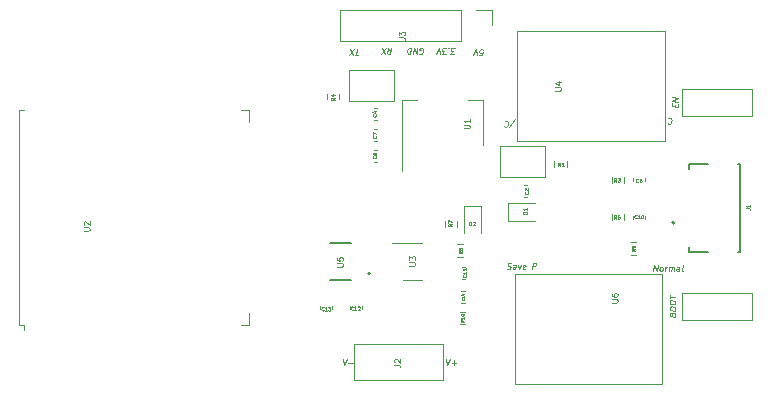
<source format=gbr>
%TF.GenerationSoftware,KiCad,Pcbnew,(6.0.7)*%
%TF.CreationDate,2024-04-28T10:14:19+07:00*%
%TF.ProjectId,ble_gateway,626c655f-6761-4746-9577-61792e6b6963,rev?*%
%TF.SameCoordinates,Original*%
%TF.FileFunction,Legend,Top*%
%TF.FilePolarity,Positive*%
%FSLAX46Y46*%
G04 Gerber Fmt 4.6, Leading zero omitted, Abs format (unit mm)*
G04 Created by KiCad (PCBNEW (6.0.7)) date 2024-04-28 10:14:19*
%MOMM*%
%LPD*%
G01*
G04 APERTURE LIST*
%ADD10C,0.100000*%
%ADD11C,0.070000*%
%ADD12C,0.050000*%
%ADD13C,0.120000*%
%ADD14C,0.127000*%
%ADD15C,0.200000*%
G04 APERTURE END LIST*
D10*
X141689285Y-96608645D02*
X141689285Y-96441979D01*
X141951190Y-96403288D02*
X141951190Y-96641383D01*
X141451190Y-96578883D01*
X141451190Y-96340788D01*
X141951190Y-96189002D02*
X141451190Y-96126502D01*
X141951190Y-95903288D01*
X141451190Y-95840788D01*
X120043764Y-92125000D02*
X120088407Y-92148809D01*
X120159836Y-92148809D01*
X120234241Y-92125000D01*
X120287812Y-92077380D01*
X120317574Y-92029761D01*
X120353288Y-91934523D01*
X120362217Y-91863095D01*
X120350312Y-91767857D01*
X120332455Y-91720238D01*
X120290788Y-91672619D01*
X120222336Y-91648809D01*
X120174717Y-91648809D01*
X120100312Y-91672619D01*
X120073526Y-91696428D01*
X120052693Y-91863095D01*
X120147931Y-91863095D01*
X119865193Y-91648809D02*
X119802693Y-92148809D01*
X119579479Y-91648809D01*
X119516979Y-92148809D01*
X119341383Y-91648809D02*
X119278883Y-92148809D01*
X119159836Y-92148809D01*
X119091383Y-92125000D01*
X119049717Y-92077380D01*
X119031860Y-92029761D01*
X119019955Y-91934523D01*
X119028883Y-91863095D01*
X119064598Y-91767857D01*
X119094360Y-91720238D01*
X119147931Y-91672619D01*
X119222336Y-91648809D01*
X119341383Y-91648809D01*
X141111622Y-97621428D02*
X141138407Y-97597619D01*
X141212812Y-97573809D01*
X141260431Y-97573809D01*
X141328883Y-97597619D01*
X141370550Y-97645238D01*
X141388407Y-97692857D01*
X141400312Y-97788095D01*
X141391383Y-97859523D01*
X141355669Y-97954761D01*
X141325907Y-98002380D01*
X141272336Y-98050000D01*
X141197931Y-98073809D01*
X141150312Y-98073809D01*
X141081860Y-98050000D01*
X141061026Y-98026190D01*
X113563973Y-117976190D02*
X113668139Y-118476190D01*
X113897306Y-117976190D01*
X114025282Y-118285714D02*
X114406235Y-118285714D01*
X117355669Y-91623809D02*
X117492574Y-91861904D01*
X117641383Y-91623809D02*
X117578883Y-92123809D01*
X117388407Y-92123809D01*
X117343764Y-92100000D01*
X117322931Y-92076190D01*
X117305074Y-92028571D01*
X117314002Y-91957142D01*
X117343764Y-91909523D01*
X117370550Y-91885714D01*
X117421145Y-91861904D01*
X117611622Y-91861904D01*
X117126502Y-92123809D02*
X116855669Y-91623809D01*
X116793169Y-92123809D02*
X117189002Y-91623809D01*
X127667574Y-98347619D02*
X128176502Y-97704761D01*
X127274717Y-97871428D02*
X127301502Y-97847619D01*
X127375907Y-97823809D01*
X127423526Y-97823809D01*
X127491979Y-97847619D01*
X127533645Y-97895238D01*
X127551502Y-97942857D01*
X127563407Y-98038095D01*
X127554479Y-98109523D01*
X127518764Y-98204761D01*
X127489002Y-98252380D01*
X127435431Y-98300000D01*
X127361026Y-98323809D01*
X127313407Y-98323809D01*
X127244955Y-98300000D01*
X127224122Y-98276190D01*
X127466354Y-110327380D02*
X127534806Y-110351190D01*
X127653854Y-110351190D01*
X127704449Y-110327380D01*
X127731235Y-110303571D01*
X127760997Y-110255952D01*
X127766949Y-110208333D01*
X127749092Y-110160714D01*
X127728258Y-110136904D01*
X127683616Y-110113095D01*
X127591354Y-110089285D01*
X127546711Y-110065476D01*
X127525877Y-110041666D01*
X127508020Y-109994047D01*
X127513973Y-109946428D01*
X127543735Y-109898809D01*
X127570520Y-109875000D01*
X127621116Y-109851190D01*
X127740163Y-109851190D01*
X127808616Y-109875000D01*
X128177663Y-110351190D02*
X128210401Y-110089285D01*
X128192544Y-110041666D01*
X128147901Y-110017857D01*
X128052663Y-110017857D01*
X128002068Y-110041666D01*
X128180639Y-110327380D02*
X128130044Y-110351190D01*
X128010997Y-110351190D01*
X127966354Y-110327380D01*
X127948497Y-110279761D01*
X127954449Y-110232142D01*
X127984211Y-110184523D01*
X128034806Y-110160714D01*
X128153854Y-110160714D01*
X128204449Y-110136904D01*
X128409806Y-110017857D02*
X128487187Y-110351190D01*
X128647901Y-110017857D01*
X128990163Y-110327380D02*
X128939568Y-110351190D01*
X128844330Y-110351190D01*
X128799687Y-110327380D01*
X128781830Y-110279761D01*
X128805639Y-110089285D01*
X128835401Y-110041666D01*
X128885997Y-110017857D01*
X128981235Y-110017857D01*
X129025877Y-110041666D01*
X129043735Y-110089285D01*
X129037782Y-110136904D01*
X128793735Y-110184523D01*
X129606235Y-110351190D02*
X129668735Y-109851190D01*
X129859211Y-109851190D01*
X129903854Y-109875000D01*
X129924687Y-109898809D01*
X129942544Y-109946428D01*
X129933616Y-110017857D01*
X129903854Y-110065476D01*
X129877068Y-110089285D01*
X129826473Y-110113095D01*
X129635997Y-110113095D01*
X114840788Y-92273809D02*
X114555074Y-92273809D01*
X114760431Y-91773809D02*
X114697931Y-92273809D01*
X114436026Y-92273809D02*
X114165193Y-91773809D01*
X114102693Y-92273809D02*
X114498526Y-91773809D01*
X125105074Y-92273809D02*
X125343169Y-92273809D01*
X125396741Y-92035714D01*
X125369955Y-92059523D01*
X125319360Y-92083333D01*
X125200312Y-92083333D01*
X125155669Y-92059523D01*
X125134836Y-92035714D01*
X125116979Y-91988095D01*
X125131860Y-91869047D01*
X125161622Y-91821428D01*
X125188407Y-91797619D01*
X125239002Y-91773809D01*
X125358050Y-91773809D01*
X125402693Y-91797619D01*
X125423526Y-91821428D01*
X124938407Y-92273809D02*
X124834241Y-91773809D01*
X124605074Y-92273809D01*
X122972931Y-92123809D02*
X122663407Y-92123809D01*
X122853883Y-91933333D01*
X122782455Y-91933333D01*
X122737812Y-91909523D01*
X122716979Y-91885714D01*
X122699122Y-91838095D01*
X122714002Y-91719047D01*
X122743764Y-91671428D01*
X122770550Y-91647619D01*
X122821145Y-91623809D01*
X122964002Y-91623809D01*
X123008645Y-91647619D01*
X123029479Y-91671428D01*
X122505669Y-91671428D02*
X122484836Y-91647619D01*
X122511622Y-91623809D01*
X122532455Y-91647619D01*
X122505669Y-91671428D01*
X122511622Y-91623809D01*
X122258645Y-92123809D02*
X121949122Y-92123809D01*
X122139598Y-91933333D01*
X122068169Y-91933333D01*
X122023526Y-91909523D01*
X122002693Y-91885714D01*
X121984836Y-91838095D01*
X121999717Y-91719047D01*
X122029479Y-91671428D01*
X122056264Y-91647619D01*
X122106860Y-91623809D01*
X122249717Y-91623809D01*
X122294360Y-91647619D01*
X122315193Y-91671428D01*
X121806264Y-92123809D02*
X121702098Y-91623809D01*
X121472931Y-92123809D01*
X141464285Y-114193169D02*
X141488095Y-114124717D01*
X141511904Y-114103883D01*
X141559523Y-114086026D01*
X141630952Y-114094955D01*
X141678571Y-114124717D01*
X141702380Y-114151502D01*
X141726190Y-114202098D01*
X141726190Y-114392574D01*
X141226190Y-114330074D01*
X141226190Y-114163407D01*
X141250000Y-114118764D01*
X141273809Y-114097931D01*
X141321428Y-114080074D01*
X141369047Y-114086026D01*
X141416666Y-114115788D01*
X141440476Y-114142574D01*
X141464285Y-114193169D01*
X141464285Y-114359836D01*
X141226190Y-113734836D02*
X141226190Y-113639598D01*
X141250000Y-113594955D01*
X141297619Y-113553288D01*
X141392857Y-113541383D01*
X141559523Y-113562217D01*
X141654761Y-113597931D01*
X141702380Y-113651502D01*
X141726190Y-113702098D01*
X141726190Y-113797336D01*
X141702380Y-113841979D01*
X141654761Y-113883645D01*
X141559523Y-113895550D01*
X141392857Y-113874717D01*
X141297619Y-113839002D01*
X141250000Y-113785431D01*
X141226190Y-113734836D01*
X141226190Y-113211026D02*
X141226190Y-113115788D01*
X141250000Y-113071145D01*
X141297619Y-113029479D01*
X141392857Y-113017574D01*
X141559523Y-113038407D01*
X141654761Y-113074122D01*
X141702380Y-113127693D01*
X141726190Y-113178288D01*
X141726190Y-113273526D01*
X141702380Y-113318169D01*
X141654761Y-113359836D01*
X141559523Y-113371741D01*
X141392857Y-113350907D01*
X141297619Y-113315193D01*
X141250000Y-113261622D01*
X141226190Y-113211026D01*
X141226190Y-112853883D02*
X141226190Y-112568169D01*
X141726190Y-112773526D02*
X141226190Y-112711026D01*
X122313973Y-117976190D02*
X122418139Y-118476190D01*
X122647306Y-117976190D01*
X122775282Y-118285714D02*
X123156235Y-118285714D01*
X122941949Y-118476190D02*
X122989568Y-118095238D01*
X139863377Y-110526190D02*
X139925877Y-110026190D01*
X140149092Y-110526190D01*
X140211592Y-110026190D01*
X140458616Y-110526190D02*
X140413973Y-110502380D01*
X140393139Y-110478571D01*
X140375282Y-110430952D01*
X140393139Y-110288095D01*
X140422901Y-110240476D01*
X140449687Y-110216666D01*
X140500282Y-110192857D01*
X140571711Y-110192857D01*
X140616354Y-110216666D01*
X140637187Y-110240476D01*
X140655044Y-110288095D01*
X140637187Y-110430952D01*
X140607425Y-110478571D01*
X140580639Y-110502380D01*
X140530044Y-110526190D01*
X140458616Y-110526190D01*
X140839568Y-110526190D02*
X140881235Y-110192857D01*
X140869330Y-110288095D02*
X140899092Y-110240476D01*
X140925877Y-110216666D01*
X140976473Y-110192857D01*
X141024092Y-110192857D01*
X141149092Y-110526190D02*
X141190758Y-110192857D01*
X141184806Y-110240476D02*
X141211592Y-110216666D01*
X141262187Y-110192857D01*
X141333616Y-110192857D01*
X141378258Y-110216666D01*
X141396116Y-110264285D01*
X141363377Y-110526190D01*
X141396116Y-110264285D02*
X141425877Y-110216666D01*
X141476473Y-110192857D01*
X141547901Y-110192857D01*
X141592544Y-110216666D01*
X141610401Y-110264285D01*
X141577663Y-110526190D01*
X142030044Y-110526190D02*
X142062782Y-110264285D01*
X142044925Y-110216666D01*
X142000282Y-110192857D01*
X141905044Y-110192857D01*
X141854449Y-110216666D01*
X142033020Y-110502380D02*
X141982425Y-110526190D01*
X141863377Y-110526190D01*
X141818735Y-110502380D01*
X141800877Y-110454761D01*
X141806830Y-110407142D01*
X141836592Y-110359523D01*
X141887187Y-110335714D01*
X142006235Y-110335714D01*
X142056830Y-110311904D01*
X142339568Y-110526190D02*
X142294925Y-110502380D01*
X142277068Y-110454761D01*
X142330639Y-110026190D01*
%TO.C,U6*%
X136326190Y-113205952D02*
X136730952Y-113205952D01*
X136778571Y-113182142D01*
X136802380Y-113158333D01*
X136826190Y-113110714D01*
X136826190Y-113015476D01*
X136802380Y-112967857D01*
X136778571Y-112944047D01*
X136730952Y-112920238D01*
X136326190Y-112920238D01*
X136326190Y-112467857D02*
X136326190Y-112563095D01*
X136350000Y-112610714D01*
X136373809Y-112634523D01*
X136445238Y-112682142D01*
X136540476Y-112705952D01*
X136730952Y-112705952D01*
X136778571Y-112682142D01*
X136802380Y-112658333D01*
X136826190Y-112610714D01*
X136826190Y-112515476D01*
X136802380Y-112467857D01*
X136778571Y-112444047D01*
X136730952Y-112420238D01*
X136611904Y-112420238D01*
X136564285Y-112444047D01*
X136540476Y-112467857D01*
X136516666Y-112515476D01*
X136516666Y-112610714D01*
X136540476Y-112658333D01*
X136564285Y-112682142D01*
X136611904Y-112705952D01*
D11*
%TO.C,U2*%
X91626190Y-107130952D02*
X92030952Y-107130952D01*
X92078571Y-107107142D01*
X92102380Y-107083333D01*
X92126190Y-107035714D01*
X92126190Y-106940476D01*
X92102380Y-106892857D01*
X92078571Y-106869047D01*
X92030952Y-106845238D01*
X91626190Y-106845238D01*
X91673809Y-106630952D02*
X91650000Y-106607142D01*
X91626190Y-106559523D01*
X91626190Y-106440476D01*
X91650000Y-106392857D01*
X91673809Y-106369047D01*
X91721428Y-106345238D01*
X91769047Y-106345238D01*
X91840476Y-106369047D01*
X92126190Y-106654761D01*
X92126190Y-106345238D01*
%TO.C,D1*%
X129135714Y-105696428D02*
X128835714Y-105696428D01*
X128835714Y-105625000D01*
X128850000Y-105582142D01*
X128878571Y-105553571D01*
X128907142Y-105539285D01*
X128964285Y-105525000D01*
X129007142Y-105525000D01*
X129064285Y-105539285D01*
X129092857Y-105553571D01*
X129121428Y-105582142D01*
X129135714Y-105625000D01*
X129135714Y-105696428D01*
X129135714Y-105239285D02*
X129135714Y-105410714D01*
X129135714Y-105325000D02*
X128835714Y-105325000D01*
X128878571Y-105353571D01*
X128907142Y-105382142D01*
X128921428Y-105410714D01*
%TO.C,D2*%
X124278571Y-106660714D02*
X124278571Y-106360714D01*
X124350000Y-106360714D01*
X124392857Y-106375000D01*
X124421428Y-106403571D01*
X124435714Y-106432142D01*
X124450000Y-106489285D01*
X124450000Y-106532142D01*
X124435714Y-106589285D01*
X124421428Y-106617857D01*
X124392857Y-106646428D01*
X124350000Y-106660714D01*
X124278571Y-106660714D01*
X124564285Y-106389285D02*
X124578571Y-106375000D01*
X124607142Y-106360714D01*
X124678571Y-106360714D01*
X124707142Y-106375000D01*
X124721428Y-106389285D01*
X124735714Y-106417857D01*
X124735714Y-106446428D01*
X124721428Y-106489285D01*
X124550000Y-106660714D01*
X124735714Y-106660714D01*
%TO.C,C13*%
X111932142Y-113857142D02*
X111917857Y-113871428D01*
X111875000Y-113885714D01*
X111846428Y-113885714D01*
X111803571Y-113871428D01*
X111775000Y-113842857D01*
X111760714Y-113814285D01*
X111746428Y-113757142D01*
X111746428Y-113714285D01*
X111760714Y-113657142D01*
X111775000Y-113628571D01*
X111803571Y-113600000D01*
X111846428Y-113585714D01*
X111875000Y-113585714D01*
X111917857Y-113600000D01*
X111932142Y-113614285D01*
X112217857Y-113885714D02*
X112046428Y-113885714D01*
X112132142Y-113885714D02*
X112132142Y-113585714D01*
X112103571Y-113628571D01*
X112075000Y-113657142D01*
X112046428Y-113671428D01*
X112317857Y-113585714D02*
X112503571Y-113585714D01*
X112403571Y-113700000D01*
X112446428Y-113700000D01*
X112475000Y-113714285D01*
X112489285Y-113728571D01*
X112503571Y-113757142D01*
X112503571Y-113828571D01*
X112489285Y-113857142D01*
X112475000Y-113871428D01*
X112446428Y-113885714D01*
X112360714Y-113885714D01*
X112332142Y-113871428D01*
X112317857Y-113857142D01*
%TO.C,J1*%
X147735714Y-105225000D02*
X147950000Y-105225000D01*
X147992857Y-105239285D01*
X148021428Y-105267857D01*
X148035714Y-105310714D01*
X148035714Y-105339285D01*
X148035714Y-104925000D02*
X148035714Y-105096428D01*
X148035714Y-105010714D02*
X147735714Y-105010714D01*
X147778571Y-105039285D01*
X147807142Y-105067857D01*
X147821428Y-105096428D01*
%TO.C,C4*%
X116357142Y-97275000D02*
X116371428Y-97289285D01*
X116385714Y-97332142D01*
X116385714Y-97360714D01*
X116371428Y-97403571D01*
X116342857Y-97432142D01*
X116314285Y-97446428D01*
X116257142Y-97460714D01*
X116214285Y-97460714D01*
X116157142Y-97446428D01*
X116128571Y-97432142D01*
X116100000Y-97403571D01*
X116085714Y-97360714D01*
X116085714Y-97332142D01*
X116100000Y-97289285D01*
X116114285Y-97275000D01*
X116185714Y-97017857D02*
X116385714Y-97017857D01*
X116071428Y-97089285D02*
X116285714Y-97160714D01*
X116285714Y-96975000D01*
D12*
%TO.C,C14*%
X123796428Y-112853571D02*
X123805952Y-112863095D01*
X123815476Y-112891666D01*
X123815476Y-112910714D01*
X123805952Y-112939285D01*
X123786904Y-112958333D01*
X123767857Y-112967857D01*
X123729761Y-112977380D01*
X123701190Y-112977380D01*
X123663095Y-112967857D01*
X123644047Y-112958333D01*
X123625000Y-112939285D01*
X123615476Y-112910714D01*
X123615476Y-112891666D01*
X123625000Y-112863095D01*
X123634523Y-112853571D01*
X123815476Y-112663095D02*
X123815476Y-112777380D01*
X123815476Y-112720238D02*
X123615476Y-112720238D01*
X123644047Y-112739285D01*
X123663095Y-112758333D01*
X123672619Y-112777380D01*
X123682142Y-112491666D02*
X123815476Y-112491666D01*
X123605952Y-112539285D02*
X123748809Y-112586904D01*
X123748809Y-112463095D01*
D11*
%TO.C,R8*%
X123685714Y-108875000D02*
X123542857Y-108975000D01*
X123685714Y-109046428D02*
X123385714Y-109046428D01*
X123385714Y-108932142D01*
X123400000Y-108903571D01*
X123414285Y-108889285D01*
X123442857Y-108875000D01*
X123485714Y-108875000D01*
X123514285Y-108889285D01*
X123528571Y-108903571D01*
X123542857Y-108932142D01*
X123542857Y-109046428D01*
X123514285Y-108703571D02*
X123500000Y-108732142D01*
X123485714Y-108746428D01*
X123457142Y-108760714D01*
X123442857Y-108760714D01*
X123414285Y-108746428D01*
X123400000Y-108732142D01*
X123385714Y-108703571D01*
X123385714Y-108646428D01*
X123400000Y-108617857D01*
X123414285Y-108603571D01*
X123442857Y-108589285D01*
X123457142Y-108589285D01*
X123485714Y-108603571D01*
X123500000Y-108617857D01*
X123514285Y-108646428D01*
X123514285Y-108703571D01*
X123528571Y-108732142D01*
X123542857Y-108746428D01*
X123571428Y-108760714D01*
X123628571Y-108760714D01*
X123657142Y-108746428D01*
X123671428Y-108732142D01*
X123685714Y-108703571D01*
X123685714Y-108646428D01*
X123671428Y-108617857D01*
X123657142Y-108603571D01*
X123628571Y-108589285D01*
X123571428Y-108589285D01*
X123542857Y-108603571D01*
X123528571Y-108617857D01*
X123514285Y-108646428D01*
D10*
%TO.C,J2*%
X117901190Y-118491666D02*
X118258333Y-118491666D01*
X118329761Y-118515476D01*
X118377380Y-118563095D01*
X118401190Y-118634523D01*
X118401190Y-118682142D01*
X117948809Y-118277380D02*
X117925000Y-118253571D01*
X117901190Y-118205952D01*
X117901190Y-118086904D01*
X117925000Y-118039285D01*
X117948809Y-118015476D01*
X117996428Y-117991666D01*
X118044047Y-117991666D01*
X118115476Y-118015476D01*
X118401190Y-118301190D01*
X118401190Y-117991666D01*
D11*
%TO.C,C6*%
X138575000Y-102982142D02*
X138560714Y-102996428D01*
X138517857Y-103010714D01*
X138489285Y-103010714D01*
X138446428Y-102996428D01*
X138417857Y-102967857D01*
X138403571Y-102939285D01*
X138389285Y-102882142D01*
X138389285Y-102839285D01*
X138403571Y-102782142D01*
X138417857Y-102753571D01*
X138446428Y-102725000D01*
X138489285Y-102710714D01*
X138517857Y-102710714D01*
X138560714Y-102725000D01*
X138575000Y-102739285D01*
X138832142Y-102710714D02*
X138775000Y-102710714D01*
X138746428Y-102725000D01*
X138732142Y-102739285D01*
X138703571Y-102782142D01*
X138689285Y-102839285D01*
X138689285Y-102953571D01*
X138703571Y-102982142D01*
X138717857Y-102996428D01*
X138746428Y-103010714D01*
X138803571Y-103010714D01*
X138832142Y-102996428D01*
X138846428Y-102982142D01*
X138860714Y-102953571D01*
X138860714Y-102882142D01*
X138846428Y-102853571D01*
X138832142Y-102839285D01*
X138803571Y-102825000D01*
X138746428Y-102825000D01*
X138717857Y-102839285D01*
X138703571Y-102853571D01*
X138689285Y-102882142D01*
%TO.C,C8*%
X116382142Y-100800000D02*
X116396428Y-100814285D01*
X116410714Y-100857142D01*
X116410714Y-100885714D01*
X116396428Y-100928571D01*
X116367857Y-100957142D01*
X116339285Y-100971428D01*
X116282142Y-100985714D01*
X116239285Y-100985714D01*
X116182142Y-100971428D01*
X116153571Y-100957142D01*
X116125000Y-100928571D01*
X116110714Y-100885714D01*
X116110714Y-100857142D01*
X116125000Y-100814285D01*
X116139285Y-100800000D01*
X116239285Y-100628571D02*
X116225000Y-100657142D01*
X116210714Y-100671428D01*
X116182142Y-100685714D01*
X116167857Y-100685714D01*
X116139285Y-100671428D01*
X116125000Y-100657142D01*
X116110714Y-100628571D01*
X116110714Y-100571428D01*
X116125000Y-100542857D01*
X116139285Y-100528571D01*
X116167857Y-100514285D01*
X116182142Y-100514285D01*
X116210714Y-100528571D01*
X116225000Y-100542857D01*
X116239285Y-100571428D01*
X116239285Y-100628571D01*
X116253571Y-100657142D01*
X116267857Y-100671428D01*
X116296428Y-100685714D01*
X116353571Y-100685714D01*
X116382142Y-100671428D01*
X116396428Y-100657142D01*
X116410714Y-100628571D01*
X116410714Y-100571428D01*
X116396428Y-100542857D01*
X116382142Y-100528571D01*
X116353571Y-100514285D01*
X116296428Y-100514285D01*
X116267857Y-100528571D01*
X116253571Y-100542857D01*
X116239285Y-100571428D01*
%TO.C,R6*%
X136725000Y-106110714D02*
X136625000Y-105967857D01*
X136553571Y-106110714D02*
X136553571Y-105810714D01*
X136667857Y-105810714D01*
X136696428Y-105825000D01*
X136710714Y-105839285D01*
X136725000Y-105867857D01*
X136725000Y-105910714D01*
X136710714Y-105939285D01*
X136696428Y-105953571D01*
X136667857Y-105967857D01*
X136553571Y-105967857D01*
X136982142Y-105810714D02*
X136925000Y-105810714D01*
X136896428Y-105825000D01*
X136882142Y-105839285D01*
X136853571Y-105882142D01*
X136839285Y-105939285D01*
X136839285Y-106053571D01*
X136853571Y-106082142D01*
X136867857Y-106096428D01*
X136896428Y-106110714D01*
X136953571Y-106110714D01*
X136982142Y-106096428D01*
X136996428Y-106082142D01*
X137010714Y-106053571D01*
X137010714Y-105982142D01*
X136996428Y-105953571D01*
X136982142Y-105939285D01*
X136953571Y-105925000D01*
X136896428Y-105925000D01*
X136867857Y-105939285D01*
X136853571Y-105953571D01*
X136839285Y-105982142D01*
D10*
%TO.C,U1*%
X123801190Y-98455952D02*
X124205952Y-98455952D01*
X124253571Y-98432142D01*
X124277380Y-98408333D01*
X124301190Y-98360714D01*
X124301190Y-98265476D01*
X124277380Y-98217857D01*
X124253571Y-98194047D01*
X124205952Y-98170238D01*
X123801190Y-98170238D01*
X124301190Y-97670238D02*
X124301190Y-97955952D01*
X124301190Y-97813095D02*
X123801190Y-97813095D01*
X123872619Y-97860714D01*
X123920238Y-97908333D01*
X123944047Y-97955952D01*
%TO.C,U5*%
X113076190Y-110155952D02*
X113480952Y-110155952D01*
X113528571Y-110132142D01*
X113552380Y-110108333D01*
X113576190Y-110060714D01*
X113576190Y-109965476D01*
X113552380Y-109917857D01*
X113528571Y-109894047D01*
X113480952Y-109870238D01*
X113076190Y-109870238D01*
X113076190Y-109394047D02*
X113076190Y-109632142D01*
X113314285Y-109655952D01*
X113290476Y-109632142D01*
X113266666Y-109584523D01*
X113266666Y-109465476D01*
X113290476Y-109417857D01*
X113314285Y-109394047D01*
X113361904Y-109370238D01*
X113480952Y-109370238D01*
X113528571Y-109394047D01*
X113552380Y-109417857D01*
X113576190Y-109465476D01*
X113576190Y-109584523D01*
X113552380Y-109632142D01*
X113528571Y-109655952D01*
D11*
%TO.C,R10*%
X123835714Y-114717857D02*
X123692857Y-114817857D01*
X123835714Y-114889285D02*
X123535714Y-114889285D01*
X123535714Y-114775000D01*
X123550000Y-114746428D01*
X123564285Y-114732142D01*
X123592857Y-114717857D01*
X123635714Y-114717857D01*
X123664285Y-114732142D01*
X123678571Y-114746428D01*
X123692857Y-114775000D01*
X123692857Y-114889285D01*
X123835714Y-114432142D02*
X123835714Y-114603571D01*
X123835714Y-114517857D02*
X123535714Y-114517857D01*
X123578571Y-114546428D01*
X123607142Y-114575000D01*
X123621428Y-114603571D01*
X123535714Y-114246428D02*
X123535714Y-114217857D01*
X123550000Y-114189285D01*
X123564285Y-114175000D01*
X123592857Y-114160714D01*
X123650000Y-114146428D01*
X123721428Y-114146428D01*
X123778571Y-114160714D01*
X123807142Y-114175000D01*
X123821428Y-114189285D01*
X123835714Y-114217857D01*
X123835714Y-114246428D01*
X123821428Y-114275000D01*
X123807142Y-114289285D01*
X123778571Y-114303571D01*
X123721428Y-114317857D01*
X123650000Y-114317857D01*
X123592857Y-114303571D01*
X123564285Y-114289285D01*
X123550000Y-114275000D01*
X123535714Y-114246428D01*
%TO.C,R1*%
X131975000Y-101660714D02*
X131875000Y-101517857D01*
X131803571Y-101660714D02*
X131803571Y-101360714D01*
X131917857Y-101360714D01*
X131946428Y-101375000D01*
X131960714Y-101389285D01*
X131975000Y-101417857D01*
X131975000Y-101460714D01*
X131960714Y-101489285D01*
X131946428Y-101503571D01*
X131917857Y-101517857D01*
X131803571Y-101517857D01*
X132260714Y-101660714D02*
X132089285Y-101660714D01*
X132175000Y-101660714D02*
X132175000Y-101360714D01*
X132146428Y-101403571D01*
X132117857Y-101432142D01*
X132089285Y-101446428D01*
%TO.C,R3*%
X136725000Y-102985714D02*
X136625000Y-102842857D01*
X136553571Y-102985714D02*
X136553571Y-102685714D01*
X136667857Y-102685714D01*
X136696428Y-102700000D01*
X136710714Y-102714285D01*
X136725000Y-102742857D01*
X136725000Y-102785714D01*
X136710714Y-102814285D01*
X136696428Y-102828571D01*
X136667857Y-102842857D01*
X136553571Y-102842857D01*
X136825000Y-102685714D02*
X137010714Y-102685714D01*
X136910714Y-102800000D01*
X136953571Y-102800000D01*
X136982142Y-102814285D01*
X136996428Y-102828571D01*
X137010714Y-102857142D01*
X137010714Y-102928571D01*
X136996428Y-102957142D01*
X136982142Y-102971428D01*
X136953571Y-102985714D01*
X136867857Y-102985714D01*
X136839285Y-102971428D01*
X136825000Y-102957142D01*
D10*
%TO.C,U4*%
X131526190Y-95255952D02*
X131930952Y-95255952D01*
X131978571Y-95232142D01*
X132002380Y-95208333D01*
X132026190Y-95160714D01*
X132026190Y-95065476D01*
X132002380Y-95017857D01*
X131978571Y-94994047D01*
X131930952Y-94970238D01*
X131526190Y-94970238D01*
X131692857Y-94517857D02*
X132026190Y-94517857D01*
X131502380Y-94636904D02*
X131859523Y-94755952D01*
X131859523Y-94446428D01*
%TO.C,U3*%
X119201190Y-110080952D02*
X119605952Y-110080952D01*
X119653571Y-110057142D01*
X119677380Y-110033333D01*
X119701190Y-109985714D01*
X119701190Y-109890476D01*
X119677380Y-109842857D01*
X119653571Y-109819047D01*
X119605952Y-109795238D01*
X119201190Y-109795238D01*
X119201190Y-109604761D02*
X119201190Y-109295238D01*
X119391666Y-109461904D01*
X119391666Y-109390476D01*
X119415476Y-109342857D01*
X119439285Y-109319047D01*
X119486904Y-109295238D01*
X119605952Y-109295238D01*
X119653571Y-109319047D01*
X119677380Y-109342857D01*
X119701190Y-109390476D01*
X119701190Y-109533333D01*
X119677380Y-109580952D01*
X119653571Y-109604761D01*
D11*
%TO.C,R4*%
X112860714Y-95850000D02*
X112717857Y-95950000D01*
X112860714Y-96021428D02*
X112560714Y-96021428D01*
X112560714Y-95907142D01*
X112575000Y-95878571D01*
X112589285Y-95864285D01*
X112617857Y-95850000D01*
X112660714Y-95850000D01*
X112689285Y-95864285D01*
X112703571Y-95878571D01*
X112717857Y-95907142D01*
X112717857Y-96021428D01*
X112660714Y-95592857D02*
X112860714Y-95592857D01*
X112546428Y-95664285D02*
X112760714Y-95735714D01*
X112760714Y-95550000D01*
%TO.C,C7*%
X116382142Y-99100000D02*
X116396428Y-99114285D01*
X116410714Y-99157142D01*
X116410714Y-99185714D01*
X116396428Y-99228571D01*
X116367857Y-99257142D01*
X116339285Y-99271428D01*
X116282142Y-99285714D01*
X116239285Y-99285714D01*
X116182142Y-99271428D01*
X116153571Y-99257142D01*
X116125000Y-99228571D01*
X116110714Y-99185714D01*
X116110714Y-99157142D01*
X116125000Y-99114285D01*
X116139285Y-99100000D01*
X116110714Y-99000000D02*
X116110714Y-98800000D01*
X116410714Y-98928571D01*
%TO.C,C10*%
X138432142Y-106057142D02*
X138417857Y-106071428D01*
X138375000Y-106085714D01*
X138346428Y-106085714D01*
X138303571Y-106071428D01*
X138275000Y-106042857D01*
X138260714Y-106014285D01*
X138246428Y-105957142D01*
X138246428Y-105914285D01*
X138260714Y-105857142D01*
X138275000Y-105828571D01*
X138303571Y-105800000D01*
X138346428Y-105785714D01*
X138375000Y-105785714D01*
X138417857Y-105800000D01*
X138432142Y-105814285D01*
X138717857Y-106085714D02*
X138546428Y-106085714D01*
X138632142Y-106085714D02*
X138632142Y-105785714D01*
X138603571Y-105828571D01*
X138575000Y-105857142D01*
X138546428Y-105871428D01*
X138903571Y-105785714D02*
X138932142Y-105785714D01*
X138960714Y-105800000D01*
X138975000Y-105814285D01*
X138989285Y-105842857D01*
X139003571Y-105900000D01*
X139003571Y-105971428D01*
X138989285Y-106028571D01*
X138975000Y-106057142D01*
X138960714Y-106071428D01*
X138932142Y-106085714D01*
X138903571Y-106085714D01*
X138875000Y-106071428D01*
X138860714Y-106057142D01*
X138846428Y-106028571D01*
X138832142Y-105971428D01*
X138832142Y-105900000D01*
X138846428Y-105842857D01*
X138860714Y-105814285D01*
X138875000Y-105800000D01*
X138903571Y-105785714D01*
%TO.C,C2*%
X129232142Y-103825000D02*
X129246428Y-103839285D01*
X129260714Y-103882142D01*
X129260714Y-103910714D01*
X129246428Y-103953571D01*
X129217857Y-103982142D01*
X129189285Y-103996428D01*
X129132142Y-104010714D01*
X129089285Y-104010714D01*
X129032142Y-103996428D01*
X129003571Y-103982142D01*
X128975000Y-103953571D01*
X128960714Y-103910714D01*
X128960714Y-103882142D01*
X128975000Y-103839285D01*
X128989285Y-103825000D01*
X128989285Y-103710714D02*
X128975000Y-103696428D01*
X128960714Y-103667857D01*
X128960714Y-103596428D01*
X128975000Y-103567857D01*
X128989285Y-103553571D01*
X129017857Y-103539285D01*
X129046428Y-103539285D01*
X129089285Y-103553571D01*
X129260714Y-103725000D01*
X129260714Y-103539285D01*
%TO.C,R9*%
X138310714Y-108675000D02*
X138167857Y-108775000D01*
X138310714Y-108846428D02*
X138010714Y-108846428D01*
X138010714Y-108732142D01*
X138025000Y-108703571D01*
X138039285Y-108689285D01*
X138067857Y-108675000D01*
X138110714Y-108675000D01*
X138139285Y-108689285D01*
X138153571Y-108703571D01*
X138167857Y-108732142D01*
X138167857Y-108846428D01*
X138310714Y-108532142D02*
X138310714Y-108475000D01*
X138296428Y-108446428D01*
X138282142Y-108432142D01*
X138239285Y-108403571D01*
X138182142Y-108389285D01*
X138067857Y-108389285D01*
X138039285Y-108403571D01*
X138025000Y-108417857D01*
X138010714Y-108446428D01*
X138010714Y-108503571D01*
X138025000Y-108532142D01*
X138039285Y-108546428D01*
X138067857Y-108560714D01*
X138139285Y-108560714D01*
X138167857Y-108546428D01*
X138182142Y-108532142D01*
X138196428Y-108503571D01*
X138196428Y-108446428D01*
X138182142Y-108417857D01*
X138167857Y-108403571D01*
X138139285Y-108389285D01*
%TO.C,C11*%
X123982142Y-110892857D02*
X123996428Y-110907142D01*
X124010714Y-110950000D01*
X124010714Y-110978571D01*
X123996428Y-111021428D01*
X123967857Y-111050000D01*
X123939285Y-111064285D01*
X123882142Y-111078571D01*
X123839285Y-111078571D01*
X123782142Y-111064285D01*
X123753571Y-111050000D01*
X123725000Y-111021428D01*
X123710714Y-110978571D01*
X123710714Y-110950000D01*
X123725000Y-110907142D01*
X123739285Y-110892857D01*
X124010714Y-110607142D02*
X124010714Y-110778571D01*
X124010714Y-110692857D02*
X123710714Y-110692857D01*
X123753571Y-110721428D01*
X123782142Y-110750000D01*
X123796428Y-110778571D01*
X124010714Y-110321428D02*
X124010714Y-110492857D01*
X124010714Y-110407142D02*
X123710714Y-110407142D01*
X123753571Y-110435714D01*
X123782142Y-110464285D01*
X123796428Y-110492857D01*
D10*
%TO.C,J3*%
X118326190Y-90766666D02*
X118683333Y-90766666D01*
X118754761Y-90790476D01*
X118802380Y-90838095D01*
X118826190Y-90909523D01*
X118826190Y-90957142D01*
X118326190Y-90576190D02*
X118326190Y-90266666D01*
X118516666Y-90433333D01*
X118516666Y-90361904D01*
X118540476Y-90314285D01*
X118564285Y-90290476D01*
X118611904Y-90266666D01*
X118730952Y-90266666D01*
X118778571Y-90290476D01*
X118802380Y-90314285D01*
X118826190Y-90361904D01*
X118826190Y-90504761D01*
X118802380Y-90552380D01*
X118778571Y-90576190D01*
D11*
%TO.C,R7*%
X122810714Y-106550000D02*
X122667857Y-106650000D01*
X122810714Y-106721428D02*
X122510714Y-106721428D01*
X122510714Y-106607142D01*
X122525000Y-106578571D01*
X122539285Y-106564285D01*
X122567857Y-106550000D01*
X122610714Y-106550000D01*
X122639285Y-106564285D01*
X122653571Y-106578571D01*
X122667857Y-106607142D01*
X122667857Y-106721428D01*
X122510714Y-106450000D02*
X122510714Y-106250000D01*
X122810714Y-106378571D01*
%TO.C,C12*%
X114432142Y-113807142D02*
X114417857Y-113821428D01*
X114375000Y-113835714D01*
X114346428Y-113835714D01*
X114303571Y-113821428D01*
X114275000Y-113792857D01*
X114260714Y-113764285D01*
X114246428Y-113707142D01*
X114246428Y-113664285D01*
X114260714Y-113607142D01*
X114275000Y-113578571D01*
X114303571Y-113550000D01*
X114346428Y-113535714D01*
X114375000Y-113535714D01*
X114417857Y-113550000D01*
X114432142Y-113564285D01*
X114717857Y-113835714D02*
X114546428Y-113835714D01*
X114632142Y-113835714D02*
X114632142Y-113535714D01*
X114603571Y-113578571D01*
X114575000Y-113607142D01*
X114546428Y-113621428D01*
X114832142Y-113564285D02*
X114846428Y-113550000D01*
X114875000Y-113535714D01*
X114946428Y-113535714D01*
X114975000Y-113550000D01*
X114989285Y-113564285D01*
X115003571Y-113592857D01*
X115003571Y-113621428D01*
X114989285Y-113664285D01*
X114817857Y-113835714D01*
X115003571Y-113835714D01*
D13*
%TO.C,U6*%
X128100000Y-110795000D02*
X140600000Y-110795000D01*
X140600000Y-110795000D02*
X140600000Y-120095000D01*
X140600000Y-120095000D02*
X128100000Y-120095000D01*
X128100000Y-120095000D02*
X128100000Y-110795000D01*
%TO.C,U2*%
X86155000Y-115120000D02*
X86575000Y-115120000D01*
X105595000Y-96880000D02*
X105595000Y-97880000D01*
X86575000Y-115120000D02*
X86575000Y-115500000D01*
X86155000Y-115120000D02*
X86155000Y-96880000D01*
X104975000Y-96880000D02*
X105595000Y-96880000D01*
X105595000Y-115120000D02*
X105595000Y-114120000D01*
X104975000Y-115120000D02*
X105595000Y-115120000D01*
X86155000Y-96880000D02*
X86575000Y-96880000D01*
%TO.C,D1*%
X127534000Y-106269400D02*
X129819000Y-106269400D01*
X129819000Y-104799400D02*
X127534000Y-104799400D01*
X127534000Y-104799400D02*
X127534000Y-106269400D01*
%TO.C,D2*%
X123785000Y-105015000D02*
X123785000Y-107300000D01*
X125255000Y-105015000D02*
X123785000Y-105015000D01*
X125255000Y-107300000D02*
X125255000Y-105015000D01*
%TO.C,C13*%
X111630000Y-113785580D02*
X111630000Y-113504420D01*
X112650000Y-113785580D02*
X112650000Y-113504420D01*
%TO.C,SW2*%
X148250000Y-114705000D02*
X142250000Y-114705000D01*
X142250000Y-114705000D02*
X142250000Y-112405000D01*
X142250000Y-112405000D02*
X148250000Y-112405000D01*
X148250000Y-112405000D02*
X148250000Y-114705000D01*
D14*
%TO.C,J1*%
X147200000Y-108950000D02*
X147200000Y-101450000D01*
X142850000Y-108950000D02*
X142850000Y-108500000D01*
X147200000Y-101450000D02*
X147050000Y-101450000D01*
X142850000Y-101900000D02*
X142850000Y-101450000D01*
X142850000Y-101450000D02*
X144450000Y-101450000D01*
X147200000Y-108950000D02*
X147050000Y-108950000D01*
X144450000Y-108950000D02*
X142850000Y-108950000D01*
D15*
X141635000Y-106450000D02*
G75*
G03*
X141635000Y-106450000I-100000J0D01*
G01*
D13*
%TO.C,C4*%
X116470580Y-97770000D02*
X116189420Y-97770000D01*
X116470580Y-96750000D02*
X116189420Y-96750000D01*
%TO.C,C14*%
X123609420Y-112240000D02*
X123890580Y-112240000D01*
X123609420Y-113260000D02*
X123890580Y-113260000D01*
%TO.C,R8*%
X123737258Y-109322500D02*
X123262742Y-109322500D01*
X123737258Y-108277500D02*
X123262742Y-108277500D01*
%TO.C,J2*%
X122020000Y-119745000D02*
X114520000Y-119745000D01*
X114520000Y-119745000D02*
X114520000Y-116745000D01*
X114520000Y-116745000D02*
X122020000Y-116745000D01*
X122020000Y-116745000D02*
X122020000Y-119745000D01*
%TO.C,C6*%
X139140600Y-102908980D02*
X139140600Y-102627820D01*
X138120600Y-102908980D02*
X138120600Y-102627820D01*
%TO.C,C8*%
X116480580Y-100260000D02*
X116199420Y-100260000D01*
X116480580Y-101280000D02*
X116199420Y-101280000D01*
%TO.C,R6*%
X136317500Y-106207258D02*
X136317500Y-105732742D01*
X137362500Y-106207258D02*
X137362500Y-105732742D01*
%TO.C,U1*%
X125410000Y-99850000D02*
X125410000Y-96090000D01*
X118590000Y-102100000D02*
X118590000Y-96090000D01*
X125410000Y-96090000D02*
X124150000Y-96090000D01*
X118590000Y-96090000D02*
X119850000Y-96090000D01*
D14*
%TO.C,U5*%
X114287500Y-111339000D02*
X112487500Y-111339000D01*
X114287500Y-108181000D02*
X112487500Y-108181000D01*
D15*
X115887500Y-110760000D02*
G75*
G03*
X115887500Y-110760000I-100000J0D01*
G01*
D13*
%TO.C,SW1*%
X148250000Y-97455000D02*
X142250000Y-97455000D01*
X142250000Y-97455000D02*
X142250000Y-95155000D01*
X142250000Y-95155000D02*
X148250000Y-95155000D01*
X148250000Y-95155000D02*
X148250000Y-97455000D01*
%TO.C,R10*%
X123937258Y-115052500D02*
X123462742Y-115052500D01*
X123937258Y-114007500D02*
X123462742Y-114007500D01*
%TO.C,C3*%
X117910000Y-96150000D02*
X114110000Y-96150000D01*
X114110000Y-96150000D02*
X114110000Y-93550000D01*
X114110000Y-93550000D02*
X117910000Y-93550000D01*
X117910000Y-93550000D02*
X117910000Y-96150000D01*
%TO.C,R1*%
X132522500Y-101737258D02*
X132522500Y-101262742D01*
X131477500Y-101737258D02*
X131477500Y-101262742D01*
%TO.C,R3*%
X137362500Y-102582742D02*
X137362500Y-103057258D01*
X136317500Y-102582742D02*
X136317500Y-103057258D01*
%TO.C,U4*%
X140800000Y-99505000D02*
X128300000Y-99505000D01*
X128300000Y-99505000D02*
X128300000Y-90205000D01*
X128300000Y-90205000D02*
X140800000Y-90205000D01*
X140800000Y-90205000D02*
X140800000Y-99505000D01*
%TO.C,U3*%
X119500000Y-108190000D02*
X120300000Y-108190000D01*
X119500000Y-108190000D02*
X117700000Y-108190000D01*
X119500000Y-111310000D02*
X118700000Y-111310000D01*
X119500000Y-111310000D02*
X120300000Y-111310000D01*
%TO.C,R4*%
X113272500Y-95987258D02*
X113272500Y-95512742D01*
X112227500Y-95987258D02*
X112227500Y-95512742D01*
%TO.C,C7*%
X116470580Y-98520000D02*
X116189420Y-98520000D01*
X116470580Y-99540000D02*
X116189420Y-99540000D01*
%TO.C,C10*%
X138120600Y-105877820D02*
X138120600Y-106158980D01*
X139140600Y-105877820D02*
X139140600Y-106158980D01*
%TO.C,C1*%
X130650000Y-102550000D02*
X126850000Y-102550000D01*
X126850000Y-102550000D02*
X126850000Y-99950000D01*
X126850000Y-99950000D02*
X130650000Y-99950000D01*
X130650000Y-99950000D02*
X130650000Y-102550000D01*
%TO.C,C2*%
X128891420Y-104260000D02*
X129172580Y-104260000D01*
X128891420Y-103240000D02*
X129172580Y-103240000D01*
%TO.C,R9*%
X137942742Y-108097500D02*
X138417258Y-108097500D01*
X137942742Y-109142500D02*
X138417258Y-109142500D01*
%TO.C,C11*%
X123900580Y-111210000D02*
X123619420Y-111210000D01*
X123900580Y-110190000D02*
X123619420Y-110190000D01*
%TO.C,J3*%
X124825000Y-88420000D02*
X126155000Y-88420000D01*
X123555000Y-91080000D02*
X113335000Y-91080000D01*
X123555000Y-88420000D02*
X113335000Y-88420000D01*
X113335000Y-88420000D02*
X113335000Y-91080000D01*
X126155000Y-88420000D02*
X126155000Y-89750000D01*
X123555000Y-88420000D02*
X123555000Y-91080000D01*
%TO.C,R7*%
X123232500Y-106777258D02*
X123232500Y-106302742D01*
X122187500Y-106777258D02*
X122187500Y-106302742D01*
%TO.C,C12*%
X114130000Y-113464420D02*
X114130000Y-113745580D01*
X115150000Y-113464420D02*
X115150000Y-113745580D01*
%TD*%
M02*

</source>
